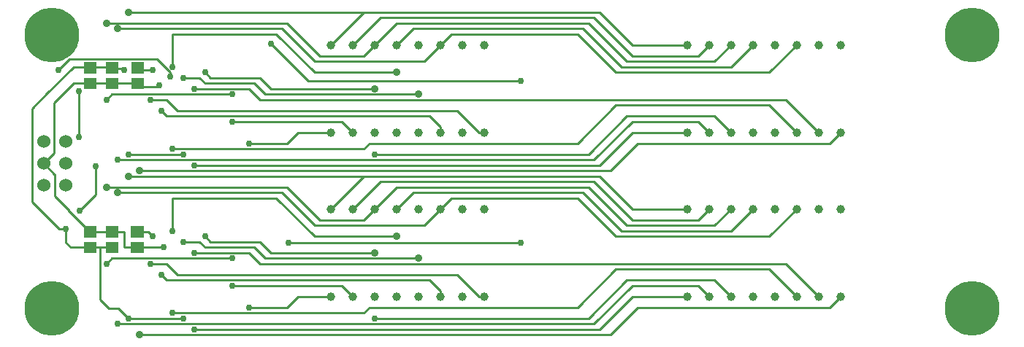
<source format=gtl>
G04 start of page 2 for group 0 idx 0 *
G04 Title: (unknown), top *
G04 Creator: pcb 1.99z *
G04 CreationDate: Tue 11 Mar 2014 08:59:09 PM GMT UTC *
G04 For: jpuls *
G04 Format: Gerber/RS-274X *
G04 PCB-Dimensions (mil): 4500.00 1560.00 *
G04 PCB-Coordinate-Origin: lower left *
%MOIN*%
%FSLAX25Y25*%
%LNTOP*%
%ADD21C,0.0350*%
%ADD20C,0.0197*%
%ADD19C,0.1250*%
%ADD18C,0.0200*%
%ADD17C,0.0360*%
%ADD16C,0.2500*%
%ADD15C,0.0300*%
%ADD14R,0.0512X0.0512*%
%ADD13C,0.0600*%
%ADD12C,0.0394*%
%ADD11C,0.0100*%
G54D11*X123000Y46000D02*X229000D01*
X115000Y41500D02*X162500D01*
X210000Y21500D02*X200000Y31500D01*
X212500Y21500D02*X210000D01*
X192500Y24000D02*X187500Y29000D01*
X192500Y21500D02*Y24000D01*
X152500Y21500D02*X147500Y26500D01*
X265000Y6500D02*X80000D01*
X270000Y4000D02*X157500D01*
X107500Y44000D02*X112500Y39000D01*
X85000Y44000D02*X107500D01*
X105000Y41500D02*X80000D01*
X110000Y36500D02*X105000Y41500D01*
X262500Y9000D02*X165000D01*
X255000Y16500D02*X197500D01*
X260000Y11500D02*X162500D01*
X282500Y16500D02*X270000Y4000D01*
X370000Y16500D02*X282500D01*
X375000Y21500D02*X370000Y16500D01*
X310000Y26500D02*X315000Y21500D01*
X365000D02*X350000Y36500D01*
X355000Y21500D02*X342500Y34000D01*
X277500Y29000D02*X260000Y11500D01*
X272500Y34000D02*X255000Y16500D01*
X112500Y39000D02*X182500D01*
X350000Y36500D02*X110000D01*
X280000Y21500D02*X265000Y6500D01*
X280000Y26500D02*X262500Y9000D01*
X305000Y21500D02*X280000D01*
X310000Y26500D02*X280000D01*
X325000Y21500D02*X317500Y29000D01*
X277500D01*
X342500Y34000D02*X272500D01*
X355000Y61500D02*X342500Y49000D01*
X335000Y61500D02*X325000Y51500D01*
Y61500D02*X317500Y54000D01*
X325000Y51500D02*X275000D01*
X317500Y54000D02*X277500D01*
X342500Y49000D02*X272500D01*
X310000Y56500D02*X280000D01*
X315000Y61500D02*X310000Y56500D01*
X305000Y61500D02*X280000D01*
X45500Y16000D02*X50000Y11500D01*
X67500Y36500D02*X60000D01*
X72500Y31500D02*X67500Y36500D01*
Y29000D02*X65000Y31500D01*
X41000Y16000D02*X45500D01*
X37000Y20000D02*X41000Y16000D01*
X42500Y39000D02*X40000Y36500D01*
X50000Y11500D02*X75000D01*
X122500Y16500D02*X105000D01*
X127500Y21500D02*X122500Y16500D01*
X157500Y14000D02*X70000D01*
X167500Y9000D02*X45000D01*
X160000Y4000D02*X55000D01*
X142500Y21500D02*X127500D01*
X160000Y16500D02*X157500Y14000D01*
X200000Y16500D02*X160000D01*
X110000Y46500D02*X115000Y41500D01*
X200000Y31500D02*X72500D01*
X187500Y29000D02*X67500D01*
X147500Y26500D02*X97500D01*
X85000Y49000D02*X87500Y46500D01*
X97500Y39000D02*X42500D01*
X87500Y46500D02*X110000D01*
X82500D02*X85000Y44000D01*
X75000Y46500D02*X82500D01*
X172500Y49000D02*X135000D01*
X185000Y54000D02*X135000D01*
X122500Y91500D02*X105000D01*
X127500Y96500D02*X122500Y91500D01*
X142500Y96500D02*X127500D01*
X157500Y89000D02*X70000D01*
X152500Y96500D02*X147500Y101500D01*
X160000Y91500D02*X157500Y89000D01*
X200000Y91500D02*X160000D01*
Y79000D02*X55000D01*
X58914Y51086D02*X61000Y49000D01*
X54000Y51086D02*X58914D01*
X70000Y66500D02*Y51500D01*
X117500Y66500D02*X70000D01*
X120000Y69000D02*X45000D01*
X122500Y71500D02*X40000D01*
X167500Y84000D02*X45000D01*
X132000Y120000D02*X115000Y137000D01*
X229000Y120000D02*X132000D01*
X200000Y106500D02*X72500D01*
X187500Y104000D02*X67500D01*
X147500Y101500D02*X97500D01*
X70000Y141500D02*Y126500D01*
X117500Y141500D02*X70000D01*
X120000Y144000D02*X45000D01*
X122500Y146500D02*X40000D01*
X135000Y124000D02*X117500Y141500D01*
X135000Y129000D02*X120000Y144000D01*
X137500Y131500D02*X122500Y146500D01*
X157500Y131500D02*X137500D01*
X172500Y146500D02*X157500Y131500D01*
X135000Y49000D02*X117500Y66500D01*
X135000Y54000D02*X120000Y69000D01*
X137500Y56500D02*X122500Y71500D01*
X157500Y56500D02*X137500D01*
X172500Y71500D02*X157500Y56500D01*
X180000Y69000D02*X172500Y61500D01*
X165000Y74000D02*X152500Y61500D01*
X157500Y76500D02*X142500Y61500D01*
X265000Y76500D02*X50000D01*
X260000Y71500D02*X172500D01*
X262500Y74000D02*X165000D01*
X260000Y86500D02*X162500D01*
X265000Y81500D02*X80000D01*
X262500Y84000D02*X165000D01*
X270000Y79000D02*X157500D01*
X180000Y144000D02*X172500Y136500D01*
X275000Y126500D02*X257500Y144000D01*
X265000Y151500D02*X50000D01*
X255000Y141500D02*X197500D01*
X257500Y144000D02*X180000D01*
X260000Y146500D02*X172500D01*
X262500Y149000D02*X165000D01*
X277500Y129000D02*X260000Y146500D01*
X165000Y149000D02*X152500Y136500D01*
X280000Y131500D02*X262500Y149000D01*
X280000Y136500D02*X265000Y151500D01*
X157500D02*X142500Y136500D01*
X197500Y66500D02*X185000Y54000D01*
X255000Y66500D02*X197500D01*
X257500Y69000D02*X180000D01*
X272500Y49000D02*X255000Y66500D01*
X275000Y51500D02*X257500Y69000D01*
X277500Y54000D02*X260000Y71500D01*
X280000Y56500D02*X262500Y74000D01*
X210000Y96500D02*X200000Y106500D01*
X192500Y99000D02*X187500Y104000D01*
X192500Y96500D02*Y99000D01*
X212500Y96500D02*X210000D01*
X255000Y91500D02*X197500D01*
X280000Y96500D02*X265000Y81500D01*
X280000Y101500D02*X262500Y84000D01*
X277500Y104000D02*X260000Y86500D01*
X272500Y109000D02*X255000Y91500D01*
X280000Y61500D02*X265000Y76500D01*
X282500Y91500D02*X270000Y79000D01*
X310000Y101500D02*X315000Y96500D01*
X305000D02*X280000D01*
X310000Y101500D02*X280000D01*
X370000Y91500D02*X282500D01*
X375000Y96500D02*X370000Y91500D01*
X365000Y96500D02*X350000Y111500D01*
X325000Y96500D02*X317500Y104000D01*
X355000Y96500D02*X342500Y109000D01*
X350000Y111500D02*X110000D01*
X317500Y104000D02*X277500D01*
X342500Y109000D02*X272500D01*
X197500Y141500D02*X185000Y129000D01*
X272500Y124000D02*X255000Y141500D01*
X342500Y124000D02*X272500D01*
X325000Y126500D02*X275000D01*
X317500Y129000D02*X277500D01*
X310000Y131500D02*X280000D01*
X305000Y136500D02*X280000D01*
X355000D02*X342500Y124000D01*
X335000Y136500D02*X325000Y126500D01*
Y136500D02*X317500Y129000D01*
X315000Y136500D02*X310000Y131500D01*
X69000Y124000D02*X63000Y130000D01*
X54000Y125000D02*X61000D01*
X67500Y111500D02*X60000D01*
X72500Y106500D02*X67500Y111500D01*
Y104000D02*X65000Y106500D01*
X23000Y130000D02*X18000Y125000D01*
X12500Y114000D02*X25000Y126500D01*
X27400Y94500D02*Y115500D01*
X13200Y114700D02*X6000Y107500D01*
X23200Y117200D02*X16500Y110500D01*
X17050Y111050D02*X16000Y110000D01*
X63457Y117457D02*X64000Y118000D01*
X54457Y117457D02*X63457D01*
X52914Y119000D02*X54000Y117914D01*
X25000Y119000D02*X52914D01*
X22500Y116500D02*X25000Y119000D01*
X42500Y114000D02*X40000Y111500D01*
X97500Y114000D02*X42500D01*
X63000Y130000D02*X23000D01*
X47207Y125793D02*X48000Y125000D01*
X42793Y125793D02*X47207D01*
X42086Y126500D02*X42500Y126086D01*
X25000Y126500D02*X42086D01*
X69000Y122000D02*Y124000D01*
X63914Y117914D02*X64000Y118000D01*
X85000Y124000D02*X87500Y121500D01*
X82500D02*X85000Y119000D01*
X75000Y121500D02*X82500D01*
X37000Y44000D02*Y20000D01*
X35000Y81100D02*Y68200D01*
Y68400D02*Y68200D01*
X55000Y44000D02*X66000D01*
X43000Y51000D02*X43086Y51086D01*
X32586Y51000D02*X43000D01*
X48000Y44000D02*X54000D01*
X48000Y51000D02*Y44000D01*
X47914Y51086D02*X48000Y51000D01*
X42500Y51086D02*X47914D01*
X22500Y61086D02*X32500Y51086D01*
X35000Y68200D02*X27700Y60900D01*
X21500Y46100D02*Y52400D01*
X25000Y44000D02*X42500D01*
X25200D02*X23600D01*
X21500Y46100D01*
X115000Y116500D02*X162500D01*
X110000Y121500D02*X115000Y116500D01*
X87500Y121500D02*X110000D01*
X172500Y124000D02*X135000D01*
X185000Y129000D02*X135000D01*
X112500Y114000D02*X182500D01*
X107500Y119000D02*X112500Y114000D01*
X85000Y119000D02*X107500D01*
X105000Y116500D02*X80000D01*
X110000Y111500D02*X105000Y116500D01*
X50000Y86500D02*X75000D01*
X22993Y60593D02*X16300Y67286D01*
Y77500D01*
X16100D01*
X11300Y82300D01*
X6000Y107500D02*Y64800D01*
X18400Y52400D01*
X21600D01*
X16000Y87000D02*X11300Y82300D01*
X16000Y110000D02*Y87000D01*
G54D12*X305000Y96500D03*
X315000D03*
X325000D03*
X335000D03*
X345000D03*
X355000D03*
X375000Y136500D03*
X365000D03*
X355000D03*
X345000D03*
X335000D03*
X325000D03*
X315000D03*
X305000D03*
X172500Y96500D03*
X182500D03*
X192500D03*
X202500D03*
X142500D03*
X152500D03*
X162500D03*
X212500Y136500D03*
X202500D03*
X192500D03*
X182500D03*
X172500D03*
X162500D03*
X152500D03*
X142500D03*
Y21500D03*
X152500D03*
X162500D03*
X172500D03*
X182500D03*
X192500D03*
X202500D03*
X212500D03*
Y96500D03*
Y61500D03*
X202500D03*
X192500D03*
X182500D03*
X172500D03*
X162500D03*
X152500D03*
X142500D03*
G54D13*X21300Y92300D03*
Y82300D03*
Y72300D03*
X11300Y92300D03*
Y82300D03*
Y72300D03*
G54D12*X305000Y21500D03*
X315000D03*
X325000D03*
X335000D03*
X345000D03*
X355000D03*
X365000D03*
X375000D03*
X365000Y96500D03*
Y61500D03*
X375000Y96500D03*
Y61500D03*
X355000D03*
X345000D03*
X335000D03*
X325000D03*
X315000D03*
X305000D03*
G54D14*X32107Y51086D02*X32893D01*
X32107Y44000D02*X32893D01*
X42107Y51086D02*X42893D01*
X42107Y44000D02*X42893D01*
X53607D02*X54393D01*
X32107Y119000D02*X32893D01*
X32107Y126086D02*X32893D01*
X42107Y119000D02*X42893D01*
X42107Y126086D02*X42893D01*
X53807Y126100D02*X54593D01*
X53807Y119014D02*X54593D01*
X53607Y51086D02*X54393D01*
G54D15*X61000Y49000D03*
X66000Y44000D03*
X60000Y36500D03*
X65000Y31500D03*
X70000Y51500D03*
X40000Y36500D03*
X123000Y46000D03*
X85000Y49000D03*
X80000Y41500D03*
X75000Y46500D03*
G54D16*X435000Y16000D03*
X15000D03*
G54D15*X21500Y52400D03*
X18000Y125000D03*
X48000D03*
X40000Y111500D03*
X27400Y94500D03*
Y115300D03*
G54D17*X45000Y144000D03*
X40000Y146500D03*
X50000Y151500D03*
G54D16*X15000Y141000D03*
G54D15*X229000Y120000D03*
Y46000D03*
X162500Y11500D03*
G54D17*Y41500D03*
X182500Y39000D03*
X172500Y49000D03*
G54D15*X162500Y86500D03*
G54D17*Y116500D03*
X182500Y114000D03*
X172500Y124000D03*
G54D15*X97500Y39000D03*
Y26500D03*
X105000Y16500D03*
X75000Y11500D03*
X50000D03*
X45000Y9000D03*
X70000Y14000D03*
X80000Y6500D03*
G54D17*X55000Y4000D03*
X45000Y69000D03*
G54D15*X27700Y60900D03*
G54D17*X40000Y71500D03*
G54D15*X35000Y81100D03*
G54D17*X50000Y76500D03*
G54D15*Y86500D03*
X45000Y84000D03*
G54D17*X55000Y79000D03*
G54D15*X75000Y86500D03*
X105000Y91500D03*
X70000Y89000D03*
X80000Y81500D03*
X115000Y137000D03*
G54D16*X435000Y141000D03*
G54D15*X60000Y111500D03*
X65000Y106500D03*
X97500Y114000D03*
Y101500D03*
X69000Y122000D03*
X60900Y125100D03*
X64000Y118000D03*
X70000Y126500D03*
X85000Y124000D03*
X80000Y116500D03*
X75000Y121500D03*
G54D18*G54D19*G54D18*G54D19*G54D18*G54D19*G54D18*G54D20*G54D21*G54D20*M02*

</source>
